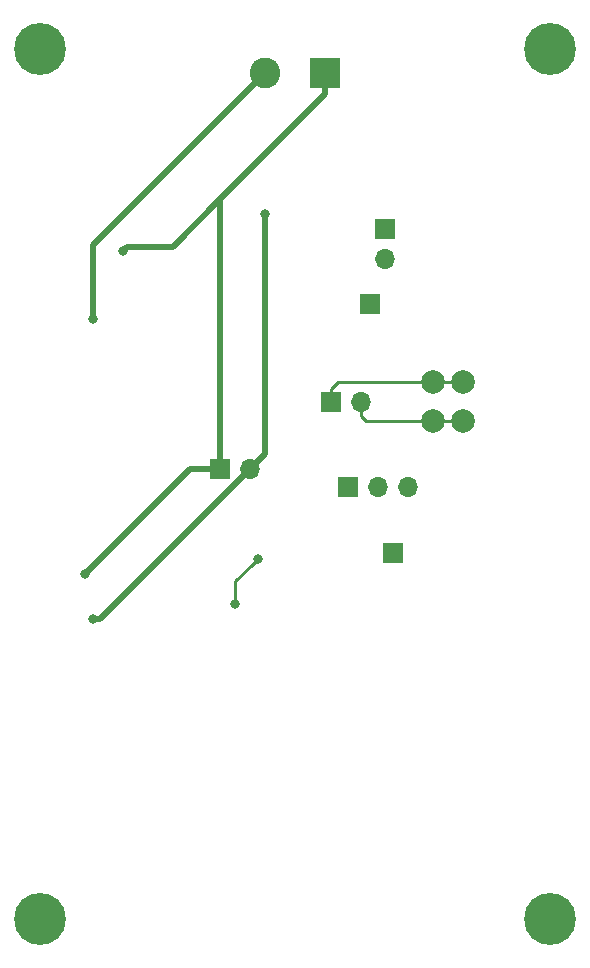
<source format=gbl>
G04 #@! TF.GenerationSoftware,KiCad,Pcbnew,(5.1.5)-3*
G04 #@! TF.CreationDate,2021-06-29T21:35:50-07:00*
G04 #@! TF.ProjectId,piggy,70696767-792e-46b6-9963-61645f706362,rev?*
G04 #@! TF.SameCoordinates,Original*
G04 #@! TF.FileFunction,Copper,L2,Bot*
G04 #@! TF.FilePolarity,Positive*
%FSLAX46Y46*%
G04 Gerber Fmt 4.6, Leading zero omitted, Abs format (unit mm)*
G04 Created by KiCad (PCBNEW (5.1.5)-3) date 2021-06-29 21:35:50*
%MOMM*%
%LPD*%
G04 APERTURE LIST*
%ADD10C,4.400000*%
%ADD11C,2.000000*%
%ADD12O,1.700000X1.700000*%
%ADD13R,1.700000X1.700000*%
%ADD14C,2.600000*%
%ADD15R,2.600000X2.600000*%
%ADD16C,0.800000*%
%ADD17C,0.508000*%
%ADD18C,0.254000*%
G04 APERTURE END LIST*
D10*
X113030000Y-140970000D03*
X69850000Y-140970000D03*
X113030000Y-67310000D03*
X69850000Y-67310000D03*
D11*
X105664000Y-98806000D03*
X103124000Y-98806000D03*
X105664000Y-95504000D03*
X103124000Y-95504000D03*
D12*
X99060000Y-85090000D03*
D13*
X99060000Y-82550000D03*
D12*
X100965000Y-104394000D03*
X98425000Y-104394000D03*
D13*
X95885000Y-104394000D03*
D12*
X97028000Y-97218500D03*
D13*
X94488000Y-97218500D03*
D12*
X87630000Y-102870000D03*
D13*
X85090000Y-102870000D03*
D14*
X88900000Y-69342000D03*
D15*
X93980000Y-69342000D03*
D13*
X97790000Y-88900000D03*
X99695000Y-109982000D03*
D16*
X74295000Y-115570000D03*
X73660000Y-111760000D03*
X76835000Y-84455000D03*
X88900000Y-81280000D03*
X74295000Y-90170000D03*
X86360004Y-114300000D03*
X88265000Y-110490002D03*
D17*
X85090000Y-80040000D02*
X85090000Y-102870000D01*
X93980000Y-69342000D02*
X93980000Y-71150000D01*
X93980000Y-71150000D02*
X85090000Y-80040000D01*
X85090000Y-102870000D02*
X82550000Y-102870000D01*
X82550000Y-102870000D02*
X73660000Y-111760000D01*
X81074999Y-84055001D02*
X85090000Y-80040000D01*
X77234999Y-84055001D02*
X81074999Y-84055001D01*
X76835000Y-84455000D02*
X77234999Y-84055001D01*
X88900000Y-101600000D02*
X87630000Y-102870000D01*
X88900000Y-81280000D02*
X88900000Y-101600000D01*
X74930000Y-115570000D02*
X87630000Y-102870000D01*
X74295000Y-115570000D02*
X74930000Y-115570000D01*
X74295000Y-83947000D02*
X88900000Y-69342000D01*
X74295000Y-90170000D02*
X74295000Y-83947000D01*
D18*
X87865001Y-110890001D02*
X88265000Y-110490002D01*
X86360004Y-114300000D02*
X86360004Y-112394998D01*
X86360004Y-112394998D02*
X87865001Y-110890001D01*
X101709787Y-98806000D02*
X103124000Y-98806000D01*
X97413419Y-98806000D02*
X101709787Y-98806000D01*
X97028000Y-98420581D02*
X97413419Y-98806000D01*
X97028000Y-97218500D02*
X97028000Y-98420581D01*
X104538213Y-98806000D02*
X105664000Y-98806000D01*
X103124000Y-98806000D02*
X104538213Y-98806000D01*
X95098500Y-95504000D02*
X101709787Y-95504000D01*
X94488000Y-96114500D02*
X95098500Y-95504000D01*
X101709787Y-95504000D02*
X103124000Y-95504000D01*
X94488000Y-97218500D02*
X94488000Y-96114500D01*
X104538213Y-95504000D02*
X105664000Y-95504000D01*
X103124000Y-95504000D02*
X104538213Y-95504000D01*
M02*

</source>
